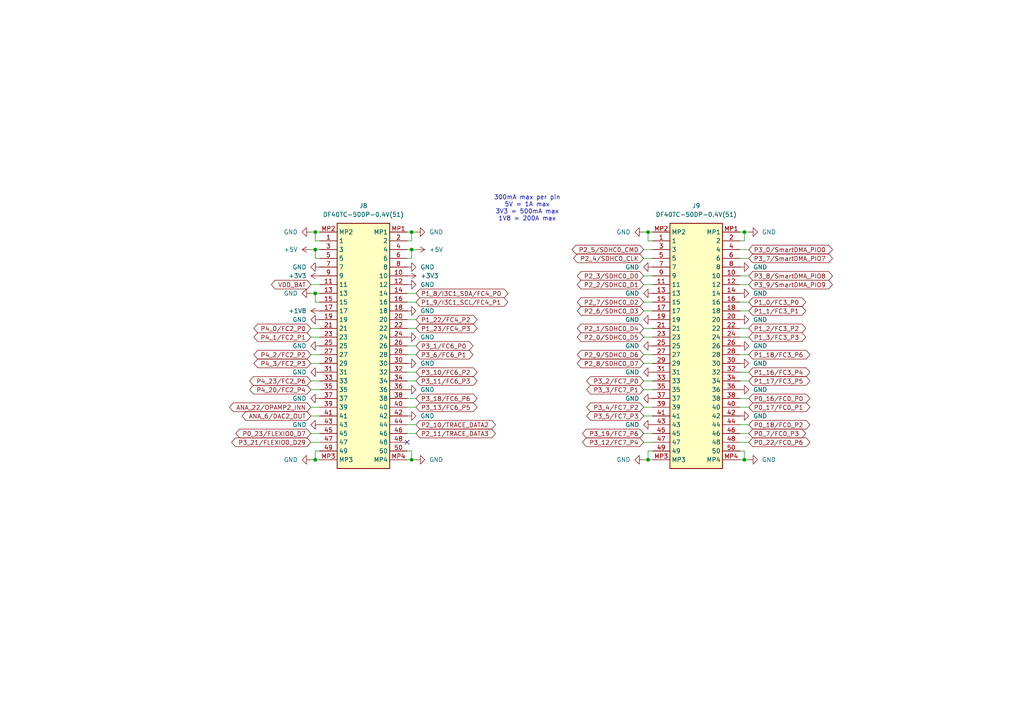
<source format=kicad_sch>
(kicad_sch (version 20231120) (generator "eeschema") (generator_version "8.0")
  (paper "A4")
  (title_block (title "MR-MCXN-T1 Sensor hub") (date "2025-03-20") (rev "X0") (company "NXP SEMICONDUCTORS B.V.") (comment 1 "CLASSIFICATION: INTERNAL USE ONLY") (comment 3 "DESIGNER: YOURI TILS") (comment 4 "CTO SYSTEM INNOVATIONS / MOBILE ROBOTICS DOMAIN"))
  (lib_symbols
    (symbol "Connectors:DF40TC-50DP-0.4V(51)"
      (property "Reference" "J" (at 2.032 7.874 0))
      (property "Value" "DF40TC-50DP-0.4V(51)" (at 2.032 5.334 0))
      (symbol "DF40TC-50DP-0.4V(51)_1_1"
        (rectangle (start 5.08 2.54) (end 20.32 -68.58) (stroke (width 0.254)) (fill (type background)))
        (pin passive line (at 0 -2.54 0) (length 5.08) (name "1") (number "1"))
        (pin passive line (at 25.4 -12.7 180) (length 5.08) (name "10") (number "10"))
        (pin passive line (at 0 -15.24 0) (length 5.08) (name "11") (number "11"))
        (pin passive line (at 25.4 -15.24 180) (length 5.08) (name "12") (number "12"))
        (pin passive line (at 0 -17.78 0) (length 5.08) (name "13") (number "13"))
        (pin passive line (at 25.4 -17.78 180) (length 5.08) (name "14") (number "14"))
        (pin passive line (at 0 -20.32 0) (length 5.08) (name "15") (number "15"))
        (pin passive line (at 25.4 -20.32 180) (length 5.08) (name "16") (number "16"))
        (pin passive line (at 0 -22.86 0) (length 5.08) (name "17") (number "17"))
        (pin passive line (at 25.4 -22.86 180) (length 5.08) (name "18") (number "18"))
        (pin passive line (at 0 -25.4 0) (length 5.08) (name "19") (number "19"))
        (pin passive line (at 25.4 -2.54 180) (length 5.08) (name "2") (number "2"))
        (pin passive line (at 25.4 -25.4 180) (length 5.08) (name "20") (number "20"))
        (pin passive line (at 0 -27.94 0) (length 5.08) (name "21") (number "21"))
        (pin passive line (at 25.4 -27.94 180) (length 5.08) (name "22") (number "22"))
        (pin passive line (at 0 -30.48 0) (length 5.08) (name "23") (number "23"))
        (pin passive line (at 25.4 -30.48 180) (length 5.08) (name "24") (number "24"))
        (pin passive line (at 0 -33.02 0) (length 5.08) (name "25") (number "25"))
        (pin passive line (at 25.4 -33.02 180) (length 5.08) (name "26") (number "26"))
        (pin passive line (at 0 -35.56 0) (length 5.08) (name "27") (number "27"))
        (pin passive line (at 25.4 -35.56 180) (length 5.08) (name "28") (number "28"))
        (pin passive line (at 0 -38.1 0) (length 5.08) (name "29") (number "29"))
        (pin passive line (at 0 -5.08 0) (length 5.08) (name "3") (number "3"))
        (pin passive line (at 25.4 -38.1 180) (length 5.08) (name "30") (number "30"))
        (pin passive line (at 0 -40.64 0) (length 5.08) (name "31") (number "31"))
        (pin passive line (at 25.4 -40.64 180) (length 5.08) (name "32") (number "32"))
        (pin passive line (at 0 -43.18 0) (length 5.08) (name "33") (number "33"))
        (pin passive line (at 25.4 -43.18 180) (length 5.08) (name "34") (number "34"))
        (pin passive line (at 0 -45.72 0) (length 5.08) (name "35") (number "35"))
        (pin passive line (at 25.4 -45.72 180) (length 5.08) (name "36") (number "36"))
        (pin passive line (at 0 -48.26 0) (length 5.08) (name "37") (number "37"))
        (pin passive line (at 25.4 -48.26 180) (length 5.08) (name "38") (number "38"))
        (pin passive line (at 0 -50.8 0) (length 5.08) (name "39") (number "39"))
        (pin passive line (at 25.4 -5.08 180) (length 5.08) (name "4") (number "4"))
        (pin passive line (at 25.4 -50.8 180) (length 5.08) (name "40") (number "40"))
        (pin passive line (at 0 -53.34 0) (length 5.08) (name "41") (number "41"))
        (pin passive line (at 25.4 -53.34 180) (length 5.08) (name "42") (number "42"))
        (pin passive line (at 0 -55.88 0) (length 5.08) (name "43") (number "43"))
        (pin passive line (at 25.4 -55.88 180) (length 5.08) (name "44") (number "44"))
        (pin passive line (at 0 -58.42 0) (length 5.08) (name "45") (number "45"))
        (pin passive line (at 25.4 -58.42 180) (length 5.08) (name "46") (number "46"))
        (pin passive line (at 0 -60.96 0) (length 5.08) (name "47") (number "47"))
        (pin passive line (at 25.4 -60.96 180) (length 5.08) (name "48") (number "48"))
        (pin passive line (at 0 -63.5 0) (length 5.08) (name "49") (number "49"))
        (pin passive line (at 0 -7.62 0) (length 5.08) (name "5") (number "5"))
        (pin passive line (at 25.4 -63.5 180) (length 5.08) (name "50") (number "50"))
        (pin passive line (at 25.4 -7.62 180) (length 5.08) (name "6") (number "6"))
        (pin passive line (at 0 -10.16 0) (length 5.08) (name "7") (number "7"))
        (pin passive line (at 25.4 -10.16 180) (length 5.08) (name "8") (number "8"))
        (pin passive line (at 0 -12.7 0) (length 5.08) (name "9") (number "9"))
        (pin passive line (at 25.4 0 180) (length 5.08) (name "MP1") (number "MP1"))
        (pin passive line (at 0 0 0) (length 5.08) (name "MP2") (number "MP2"))
        (pin passive line (at 0 -66.04 0) (length 5.08) (name "MP3") (number "MP3"))
        (pin passive line (at 25.4 -66.04 180) (length 5.08) (name "MP4") (number "MP4"))
      )
    )
    (symbol "power:+1V8" (power) (pin_numbers hide) (pin_names (offset 0) hide)
      (property "Value" "+1V8" (at 0 3.556 0))
      (symbol "+1V8_0_1"
        (polyline (pts (xy -0.762 1.27) (xy 0 2.54)))
        (polyline (pts (xy 0 0) (xy 0 2.54)))
        (polyline (pts (xy 0 2.54) (xy 0.762 1.27)))
      )
      (symbol "+1V8_1_1"
        (pin power_in line (at 0 0 90) (length 0) (name "~") (number "1"))
      )
    )
    (symbol "power:+3V3" (power) (pin_numbers hide) (pin_names (offset 0) hide)
      (property "Value" "+3V3" (at 0 3.556 0))
      (symbol "+3V3_0_1"
        (polyline (pts (xy -0.762 1.27) (xy 0 2.54)))
        (polyline (pts (xy 0 0) (xy 0 2.54)))
        (polyline (pts (xy 0 2.54) (xy 0.762 1.27)))
      )
      (symbol "+3V3_1_1"
        (pin power_in line (at 0 0 90) (length 0) (name "~") (number "1"))
      )
    )
    (symbol "power:+5V" (power) (pin_numbers hide) (pin_names (offset 0) hide)
      (property "Value" "+5V" (at 0 3.556 0))
      (symbol "+5V_0_1"
        (polyline (pts (xy -0.762 1.27) (xy 0 2.54)))
        (polyline (pts (xy 0 0) (xy 0 2.54)))
        (polyline (pts (xy 0 2.54) (xy 0.762 1.27)))
      )
      (symbol "+5V_1_1"
        (pin power_in line (at 0 0 90) (length 0) (name "~") (number "1"))
      )
    )
    (symbol "power:GND" (power) (pin_numbers hide) (pin_names (offset 0) hide)
      (property "Value" "GND" (at 0 -3.81 0))
      (symbol "GND_0_1"
        (polyline (pts (xy 0 0) (xy 0 -1.27) (xy 1.27 -1.27) (xy 0 -2.54) (xy -1.27 -1.27) (xy 0 -1.27)))
      )
      (symbol "GND_1_1"
        (pin power_in line (at 0 0 270) (length 0) (name "~") (number "1"))
      )
    )
  )
  (junction (at 215.9 67.31))
  (junction (at 187.96 133.35))
  (junction (at 119.38 67.31))
  (junction (at 119.38 133.35))
  (junction (at 187.96 67.31))
  (junction (at 215.9 133.35))
  (junction (at 91.44 67.31))
  (junction (at 91.44 133.35))
  (junction (at 91.44 72.39))
  (junction (at 91.44 85.09))
  (junction (at 119.38 72.39))
  (no_connect (at 118.11 128.27))
  (wire (pts (xy 214.63 80.01) (xy 217.17 80.01)))
  (wire (pts (xy 186.69 74.93) (xy 189.23 74.93)))
  (wire (pts (xy 214.63 123.19) (xy 217.17 123.19)))
  (wire (pts (xy 118.11 110.49) (xy 120.65 110.49)))
  (wire (pts (xy 187.96 133.35) (xy 187.96 130.81)))
  (wire (pts (xy 91.44 85.09) (xy 91.44 87.63)))
  (wire (pts (xy 90.17 110.49) (xy 92.71 110.49)))
  (wire (pts (xy 118.11 100.33) (xy 120.65 100.33)))
  (wire (pts (xy 186.69 67.31) (xy 187.96 67.31)))
  (wire (pts (xy 118.11 125.73) (xy 120.65 125.73)))
  (wire (pts (xy 119.38 133.35) (xy 119.38 130.81)))
  (wire (pts (xy 119.38 74.93) (xy 119.38 72.39)))
  (wire (pts (xy 90.17 105.41) (xy 92.71 105.41)))
  (wire (pts (xy 186.69 120.65) (xy 189.23 120.65)))
  (wire (pts (xy 214.63 118.11) (xy 217.17 118.11)))
  (wire (pts (xy 118.11 102.87) (xy 120.65 102.87)))
  (wire (pts (xy 90.17 128.27) (xy 92.71 128.27)))
  (wire (pts (xy 118.11 107.95) (xy 120.65 107.95)))
  (wire (pts (xy 217.17 67.31) (xy 215.9 67.31)))
  (wire (pts (xy 118.11 115.57) (xy 120.65 115.57)))
  (wire (pts (xy 118.11 85.09) (xy 120.65 85.09)))
  (wire (pts (xy 91.44 85.09) (xy 92.71 85.09)))
  (wire (pts (xy 91.44 133.35) (xy 92.71 133.35)))
  (wire (pts (xy 118.11 123.19) (xy 120.65 123.19)))
  (wire (pts (xy 214.63 115.57) (xy 217.17 115.57)))
  (wire (pts (xy 186.69 82.55) (xy 189.23 82.55)))
  (wire (pts (xy 186.69 128.27) (xy 189.23 128.27)))
  (wire (pts (xy 186.69 118.11) (xy 189.23 118.11)))
  (wire (pts (xy 119.38 72.39) (xy 120.65 72.39)))
  (wire (pts (xy 119.38 133.35) (xy 118.11 133.35)))
  (wire (pts (xy 90.17 95.25) (xy 92.71 95.25)))
  (wire (pts (xy 92.71 69.85) (xy 91.44 69.85)))
  (wire (pts (xy 186.69 87.63) (xy 189.23 87.63)))
  (wire (pts (xy 214.63 102.87) (xy 217.17 102.87)))
  (wire (pts (xy 186.69 90.17) (xy 189.23 90.17)))
  (wire (pts (xy 118.11 118.11) (xy 120.65 118.11)))
  (wire (pts (xy 214.63 110.49) (xy 217.17 110.49)))
  (wire (pts (xy 186.69 105.41) (xy 189.23 105.41)))
  (wire (pts (xy 90.17 118.11) (xy 92.71 118.11)))
  (wire (pts (xy 119.38 130.81) (xy 118.11 130.81)))
  (wire (pts (xy 214.63 72.39) (xy 217.17 72.39)))
  (wire (pts (xy 91.44 72.39) (xy 92.71 72.39)))
  (wire (pts (xy 214.63 87.63) (xy 217.17 87.63)))
  (wire (pts (xy 215.9 69.85) (xy 215.9 67.31)))
  (wire (pts (xy 186.69 125.73) (xy 189.23 125.73)))
  (wire (pts (xy 214.63 90.17) (xy 217.17 90.17)))
  (wire (pts (xy 187.96 67.31) (xy 187.96 69.85)))
  (wire (pts (xy 91.44 72.39) (xy 91.44 74.93)))
  (wire (pts (xy 90.17 102.87) (xy 92.71 102.87)))
  (wire (pts (xy 186.69 102.87) (xy 189.23 102.87)))
  (wire (pts (xy 90.17 113.03) (xy 92.71 113.03)))
  (wire (pts (xy 187.96 133.35) (xy 189.23 133.35)))
  (wire (pts (xy 217.17 133.35) (xy 215.9 133.35)))
  (wire (pts (xy 187.96 130.81) (xy 189.23 130.81)))
  (wire (pts (xy 91.44 69.85) (xy 91.44 67.31)))
  (wire (pts (xy 118.11 92.71) (xy 120.65 92.71)))
  (wire (pts (xy 91.44 67.31) (xy 92.71 67.31)))
  (wire (pts (xy 186.69 72.39) (xy 189.23 72.39)))
  (wire (pts (xy 120.65 67.31) (xy 119.38 67.31)))
  (wire (pts (xy 186.69 97.79) (xy 189.23 97.79)))
  (wire (pts (xy 90.17 67.31) (xy 91.44 67.31)))
  (wire (pts (xy 214.63 125.73) (xy 217.17 125.73)))
  (wire (pts (xy 214.63 69.85) (xy 215.9 69.85)))
  (wire (pts (xy 214.63 74.93) (xy 217.17 74.93)))
  (wire (pts (xy 118.11 69.85) (xy 119.38 69.85)))
  (wire (pts (xy 90.17 97.79) (xy 92.71 97.79)))
  (wire (pts (xy 187.96 69.85) (xy 189.23 69.85)))
  (wire (pts (xy 214.63 97.79) (xy 217.17 97.79)))
  (wire (pts (xy 118.11 87.63) (xy 120.65 87.63)))
  (wire (pts (xy 215.9 133.35) (xy 214.63 133.35)))
  (wire (pts (xy 90.17 133.35) (xy 91.44 133.35)))
  (wire (pts (xy 214.63 95.25) (xy 217.17 95.25)))
  (wire (pts (xy 186.69 110.49) (xy 189.23 110.49)))
  (wire (pts (xy 214.63 128.27) (xy 217.17 128.27)))
  (wire (pts (xy 90.17 85.09) (xy 91.44 85.09)))
  (wire (pts (xy 118.11 95.25) (xy 120.65 95.25)))
  (wire (pts (xy 187.96 67.31) (xy 189.23 67.31)))
  (wire (pts (xy 90.17 120.65) (xy 92.71 120.65)))
  (wire (pts (xy 119.38 69.85) (xy 119.38 67.31)))
  (wire (pts (xy 186.69 80.01) (xy 189.23 80.01)))
  (wire (pts (xy 90.17 125.73) (xy 92.71 125.73)))
  (wire (pts (xy 215.9 133.35) (xy 215.9 130.81)))
  (wire (pts (xy 186.69 95.25) (xy 189.23 95.25)))
  (wire (pts (xy 118.11 74.93) (xy 119.38 74.93)))
  (wire (pts (xy 215.9 67.31) (xy 214.63 67.31)))
  (wire (pts (xy 215.9 130.81) (xy 214.63 130.81)))
  (wire (pts (xy 119.38 67.31) (xy 118.11 67.31)))
  (wire (pts (xy 186.69 113.03) (xy 189.23 113.03)))
  (wire (pts (xy 90.17 82.55) (xy 92.71 82.55)))
  (wire (pts (xy 214.63 107.95) (xy 217.17 107.95)))
  (wire (pts (xy 91.44 133.35) (xy 91.44 130.81)))
  (wire (pts (xy 120.65 133.35) (xy 119.38 133.35)))
  (wire (pts (xy 90.17 72.39) (xy 91.44 72.39)))
  (wire (pts (xy 91.44 74.93) (xy 92.71 74.93)))
  (wire (pts (xy 91.44 87.63) (xy 92.71 87.63)))
  (wire (pts (xy 118.11 72.39) (xy 119.38 72.39)))
  (wire (pts (xy 186.69 133.35) (xy 187.96 133.35)))
  (wire (pts (xy 214.63 82.55) (xy 217.17 82.55)))
  (wire (pts (xy 91.44 130.81) (xy 92.71 130.81)))
  (text "300mA max per pin\n5V = 1A max\n3V3 = 500mA max\n1V8 = 200A max" (at 152.908 60.452 0) (effects (font (size 1.27 1.27))))
  (global_label "P2_8{slash}SDHC0_D7" (shape bidirectional) (at 186.69 105.41 180) (property "Intersheetrefs" "${INTERSHEET_REFS}" (at 166.8698 105.41 0) (effects (justify right))))
  (global_label "P3_10{slash}FC6_P2" (shape bidirectional) (at 120.65 107.95 0) (property "Intersheetrefs" "${INTERSHEET_REFS}" (at 138.9583 107.95 0) (effects (justify left))))
  (global_label "P0_23{slash}FLEXIO0_D7" (shape bidirectional) (at 90.17 125.73 180) (property "Intersheetrefs" "${INTERSHEET_REFS}" (at 67.8098 125.73 0) (effects (justify right))))
  (global_label "P3_13{slash}FC6_P5" (shape bidirectional) (at 120.65 118.11 0) (property "Intersheetrefs" "${INTERSHEET_REFS}" (at 138.9583 118.11 0) (effects (justify left))))
  (global_label "P1_23{slash}FC4_P3" (shape bidirectional) (at 120.65 95.25 0) (property "Intersheetrefs" "${INTERSHEET_REFS}" (at 138.9583 95.25 0) (effects (justify left))))
  (global_label "P3_5{slash}FC7_P3" (shape bidirectional) (at 186.69 120.65 180) (property "Intersheetrefs" "${INTERSHEET_REFS}" (at 169.5912 120.65 0) (effects (justify right))))
  (global_label "P1_17{slash}FC3_P5" (shape bidirectional) (at 217.17 110.49 0) (property "Intersheetrefs" "${INTERSHEET_REFS}" (at 235.4783 110.49 0) (effects (justify left))))
  (global_label "P3_1{slash}FC6_P0" (shape bidirectional) (at 120.65 100.33 0) (property "Intersheetrefs" "${INTERSHEET_REFS}" (at 137.7488 100.33 0) (effects (justify left))))
  (global_label "P3_21{slash}FLEXIO0_D29" (shape bidirectional) (at 90.17 128.27 180) (property "Intersheetrefs" "${INTERSHEET_REFS}" (at 66.6003 128.27 0) (effects (justify right))))
  (global_label "P0_16{slash}FC0_P0" (shape bidirectional) (at 217.17 115.57 0) (property "Intersheetrefs" "${INTERSHEET_REFS}" (at 235.4783 115.57 0) (effects (justify left))))
  (global_label "P2_3{slash}SDHC0_D0" (shape bidirectional) (at 186.69 80.01 180) (property "Intersheetrefs" "${INTERSHEET_REFS}" (at 166.8698 80.01 0) (effects (justify right))))
  (global_label "P1_1{slash}FC3_P1" (shape bidirectional) (at 217.17 90.17 0) (property "Intersheetrefs" "${INTERSHEET_REFS}" (at 234.2688 90.17 0) (effects (justify left))))
  (global_label "P4_20{slash}FC2_P4" (shape bidirectional) (at 90.17 113.03 180) (property "Intersheetrefs" "${INTERSHEET_REFS}" (at 71.8617 113.03 0) (effects (justify right))))
  (global_label "P2_6{slash}SDHC0_D3" (shape bidirectional) (at 186.69 90.17 180) (property "Intersheetrefs" "${INTERSHEET_REFS}" (at 166.8698 90.17 0) (effects (justify right))))
  (global_label "P0_22{slash}FC0_P6" (shape bidirectional) (at 217.17 128.27 0) (property "Intersheetrefs" "${INTERSHEET_REFS}" (at 235.4783 128.27 0) (effects (justify left))))
  (global_label "ANA_22{slash}OPAMP2_INN" (shape bidirectional) (at 90.17 118.11 180) (property "Intersheetrefs" "${INTERSHEET_REFS}" (at 65.9953 118.11 0) (effects (justify right))))
  (global_label "P2_7{slash}SDHC0_D2" (shape bidirectional) (at 186.69 87.63 180) (property "Intersheetrefs" "${INTERSHEET_REFS}" (at 166.8698 87.63 0) (effects (justify right))))
  (global_label "P2_10{slash}TRACE_DATA2" (shape bidirectional) (at 120.65 123.19 0) (property "Intersheetrefs" "${INTERSHEET_REFS}" (at 144.2802 123.19 0) (effects (justify left))))
  (global_label "P0_17{slash}FC0_P1" (shape bidirectional) (at 217.17 118.11 0) (property "Intersheetrefs" "${INTERSHEET_REFS}" (at 235.4783 118.11 0) (effects (justify left))))
  (global_label "P4_2{slash}FC2_P2" (shape bidirectional) (at 90.17 102.87 180) (property "Intersheetrefs" "${INTERSHEET_REFS}" (at 73.0712 102.87 0) (effects (justify right))))
  (global_label "P1_0{slash}FC3_P0" (shape bidirectional) (at 217.17 87.63 0) (property "Intersheetrefs" "${INTERSHEET_REFS}" (at 234.2688 87.63 0) (effects (justify left))))
  (global_label "P3_7{slash}SmartDMA_PIO7" (shape bidirectional) (at 217.17 74.93 0) (property "Intersheetrefs" "${INTERSHEET_REFS}" (at 242.0097 74.93 0) (effects (justify left))))
  (global_label "P2_11{slash}TRACE_DATA3" (shape bidirectional) (at 120.65 125.73 0) (property "Intersheetrefs" "${INTERSHEET_REFS}" (at 144.2802 125.73 0) (effects (justify left))))
  (global_label "P4_23{slash}FC2_P6" (shape bidirectional) (at 90.17 110.49 180) (property "Intersheetrefs" "${INTERSHEET_REFS}" (at 71.8617 110.49 0) (effects (justify right))))
  (global_label "P1_9{slash}I3C1_SCL{slash}FC4_P1" (shape bidirectional) (at 120.65 87.63 0) (property "Intersheetrefs" "${INTERSHEET_REFS}" (at 147.8483 87.63 0) (effects (justify left))))
  (global_label "P4_1{slash}FC2_P1" (shape bidirectional) (at 90.17 97.79 180) (property "Intersheetrefs" "${INTERSHEET_REFS}" (at 73.0712 97.79 0) (effects (justify right))))
  (global_label "P3_6{slash}FC6_P1" (shape bidirectional) (at 120.65 102.87 0) (property "Intersheetrefs" "${INTERSHEET_REFS}" (at 137.7488 102.87 0) (effects (justify left))))
  (global_label "P1_3{slash}FC3_P3" (shape bidirectional) (at 217.17 97.79 0) (property "Intersheetrefs" "${INTERSHEET_REFS}" (at 234.2688 97.79 0) (effects (justify left))))
  (global_label "P3_4{slash}FC7_P2" (shape bidirectional) (at 186.69 118.11 180) (property "Intersheetrefs" "${INTERSHEET_REFS}" (at 169.5912 118.11 0) (effects (justify right))))
  (global_label "P3_11{slash}FC6_P3" (shape bidirectional) (at 120.65 110.49 0) (property "Intersheetrefs" "${INTERSHEET_REFS}" (at 138.9583 110.49 0) (effects (justify left))))
  (global_label "P2_5{slash}SDHC0_CMD" (shape bidirectional) (at 186.69 72.39 180) (property "Intersheetrefs" "${INTERSHEET_REFS}" (at 165.3579 72.39 0) (effects (justify right))))
  (global_label "P1_2{slash}FC3_P2" (shape bidirectional) (at 217.17 95.25 0) (property "Intersheetrefs" "${INTERSHEET_REFS}" (at 234.2688 95.25 0) (effects (justify left))))
  (global_label "P3_8{slash}SmartDMA_PIO8" (shape bidirectional) (at 217.17 80.01 0) (property "Intersheetrefs" "${INTERSHEET_REFS}" (at 242.0097 80.01 0) (effects (justify left))))
  (global_label "P2_9{slash}SDHC0_D6" (shape bidirectional) (at 186.69 102.87 180) (property "Intersheetrefs" "${INTERSHEET_REFS}" (at 166.8698 102.87 0) (effects (justify right))))
  (global_label "P3_18{slash}FC6_P6" (shape bidirectional) (at 120.65 115.57 0) (property "Intersheetrefs" "${INTERSHEET_REFS}" (at 138.9583 115.57 0) (effects (justify left))))
  (global_label "P3_2{slash}FC7_P0" (shape bidirectional) (at 186.69 110.49 180) (property "Intersheetrefs" "${INTERSHEET_REFS}" (at 169.5912 110.49 0) (effects (justify right))))
  (global_label "P3_3{slash}FC7_P1" (shape bidirectional) (at 186.69 113.03 180) (property "Intersheetrefs" "${INTERSHEET_REFS}" (at 169.5912 113.03 0) (effects (justify right))))
  (global_label "P3_12{slash}FC7_P4" (shape bidirectional) (at 186.69 128.27 180) (property "Intersheetrefs" "${INTERSHEET_REFS}" (at 168.3817 128.27 0) (effects (justify right))))
  (global_label "P3_0{slash}SmartDMA_PIO0" (shape bidirectional) (at 217.17 72.39 0) (property "Intersheetrefs" "${INTERSHEET_REFS}" (at 242.0097 72.39 0) (effects (justify left))))
  (global_label "P3_19{slash}FC7_P6" (shape bidirectional) (at 186.69 125.73 180) (property "Intersheetrefs" "${INTERSHEET_REFS}" (at 168.3817 125.73 0) (effects (justify right))))
  (global_label "ANA_6{slash}DAC2_OUT" (shape bidirectional) (at 90.17 120.65 180) (property "Intersheetrefs" "${INTERSHEET_REFS}" (at 69.6239 120.65 0) (effects (justify right))))
  (global_label "P1_22{slash}FC4_P2" (shape bidirectional) (at 120.65 92.71 0) (property "Intersheetrefs" "${INTERSHEET_REFS}" (at 138.9583 92.71 0) (effects (justify left))))
  (global_label "P2_0{slash}SDHC0_D5" (shape bidirectional) (at 186.69 97.79 180) (property "Intersheetrefs" "${INTERSHEET_REFS}" (at 166.8698 97.79 0) (effects (justify right))))
  (global_label "P1_8{slash}I3C1_SDA{slash}FC4_P0" (shape bidirectional) (at 120.65 85.09 0) (property "Intersheetrefs" "${INTERSHEET_REFS}" (at 147.9088 85.09 0) (effects (justify left))))
  (global_label "P2_1{slash}SDHC0_D4" (shape bidirectional) (at 186.69 95.25 180) (property "Intersheetrefs" "${INTERSHEET_REFS}" (at 166.8698 95.25 0) (effects (justify right))))
  (global_label "P0_7{slash}FC0_P3" (shape bidirectional) (at 217.17 125.73 0) (property "Intersheetrefs" "${INTERSHEET_REFS}" (at 234.2688 125.73 0) (effects (justify left))))
  (global_label "P0_18{slash}FC0_P2" (shape bidirectional) (at 217.17 123.19 0) (property "Intersheetrefs" "${INTERSHEET_REFS}" (at 235.4783 123.19 0) (effects (justify left))))
  (global_label "P1_18{slash}FC3_P6" (shape bidirectional) (at 217.17 102.87 0) (property "Intersheetrefs" "${INTERSHEET_REFS}" (at 235.4783 102.87 0) (effects (justify left))))
  (global_label "P3_9{slash}SmartDMA_PIO9" (shape bidirectional) (at 217.17 82.55 0) (property "Intersheetrefs" "${INTERSHEET_REFS}" (at 242.0097 82.55 0) (effects (justify left))))
  (global_label "P2_4{slash}SDHC0_CLK" (shape bidirectional) (at 186.69 74.93 180) (property "Intersheetrefs" "${INTERSHEET_REFS}" (at 165.7812 74.93 0) (effects (justify right))))
  (global_label "P2_2{slash}SDHC0_D1" (shape bidirectional) (at 186.69 82.55 180) (property "Intersheetrefs" "${INTERSHEET_REFS}" (at 166.8698 82.55 0) (effects (justify right))))
  (global_label "P4_3{slash}FC2_P3" (shape bidirectional) (at 90.17 105.41 180) (property "Intersheetrefs" "${INTERSHEET_REFS}" (at 73.0712 105.41 0) (effects (justify right))))
  (global_label "P1_16{slash}FC3_P4" (shape bidirectional) (at 217.17 107.95 0) (property "Intersheetrefs" "${INTERSHEET_REFS}" (at 235.4783 107.95 0) (effects (justify left))))
  (global_label "VDD_BAT" (shape bidirectional) (at 90.17 82.55 180) (property "Intersheetrefs" "${INTERSHEET_REFS}" (at 78.1511 82.55 0) (effects (justify right))))
  (global_label "P4_0{slash}FC2_P0" (shape bidirectional) (at 90.17 95.25 180) (property "Intersheetrefs" "${INTERSHEET_REFS}" (at 73.0712 95.25 0) (effects (justify right))))
  (symbol (lib_id "power:GND") (at 214.63 77.47 90) (unit 1)
    (property "Reference" "#PWR0174" (effects (hide yes)))
    (property "Value" "GND" (at 218.44 77.4699 90) (effects (justify right)))
    (property "Description" "Power symbol creates a global label with name \"GND\" , ground" (effects (hide yes)))
  )
  (symbol (lib_id "power:GND") (at 214.63 113.03 90) (unit 1)
    (property "Reference" "#PWR0195" (effects (hide yes)))
    (property "Value" "GND" (at 218.44 113.0299 90) (effects (justify right)))
    (property "Description" "Power symbol creates a global label with name \"GND\" , ground" (effects (hide yes)))
  )
  (symbol (lib_id "power:GND") (at 118.11 82.55 90) (unit 1)
    (property "Reference" "#PWR0177" (effects (hide yes)))
    (property "Value" "GND" (at 121.92 82.5499 90) (effects (justify right)))
    (property "Description" "Power symbol creates a global label with name \"GND\" , ground" (effects (hide yes)))
  )
  (symbol (lib_id "power:GND") (at 92.71 107.95 270) (unit 1)
    (property "Reference" "#PWR0192" (effects (hide yes)))
    (property "Value" "GND" (at 88.9 107.9499 90) (effects (justify right)))
    (property "Description" "Power symbol creates a global label with name \"GND\" , ground" (effects (hide yes)))
  )
  (symbol (lib_id "power:GND") (at 90.17 133.35 270) (unit 1)
    (property "Reference" "#PWR0202" (effects (hide yes)))
    (property "Value" "GND" (at 86.36 133.3499 90) (effects (justify right)))
    (property "Description" "Power symbol creates a global label with name \"GND\" , ground" (effects (hide yes)))
  )
  (symbol (lib_id "power:+5V") (at 120.65 72.39 270) (unit 1)
    (property "Reference" "#PWR0170" (effects (hide yes)))
    (property "Value" "+5V" (at 124.46 72.3899 90) (effects (justify left)))
    (property "Description" "Power symbol creates a global label with name \"+5V\"" (effects (hide yes)))
  )
  (symbol (lib_id "power:GND") (at 214.63 100.33 90) (unit 1)
    (property "Reference" "#PWR0189" (effects (hide yes)))
    (property "Value" "GND" (at 218.44 100.3299 90) (effects (justify right)))
    (property "Description" "Power symbol creates a global label with name \"GND\" , ground" (effects (hide yes)))
  )
  (symbol (lib_id "power:GND") (at 189.23 77.47 270) (unit 1)
    (property "Reference" "#PWR0173" (effects (hide yes)))
    (property "Value" "GND" (at 185.42 77.4699 90) (effects (justify right)))
    (property "Description" "Power symbol creates a global label with name \"GND\" , ground" (effects (hide yes)))
  )
  (symbol (lib_id "power:GND") (at 217.17 67.31 90) (unit 1)
    (property "Reference" "#PWR0168" (effects (hide yes)))
    (property "Value" "GND" (at 220.98 67.3099 90) (effects (justify right)))
    (property "Description" "Power symbol creates a global label with name \"GND\" , ground" (effects (hide yes)))
  )
  (symbol (lib_id "power:GND") (at 90.17 67.31 270) (unit 1)
    (property "Reference" "#PWR0165" (effects (hide yes)))
    (property "Value" "GND" (at 86.36 67.3099 90) (effects (justify right)))
    (property "Description" "Power symbol creates a global label with name \"GND\" , ground" (effects (hide yes)))
  )
  (symbol (lib_id "power:GND") (at 189.23 115.57 270) (unit 1)
    (property "Reference" "#PWR0197" (effects (hide yes)))
    (property "Value" "GND" (at 185.42 115.5699 90) (effects (justify right)))
    (property "Description" "Power symbol creates a global label with name \"GND\" , ground" (effects (hide yes)))
  )
  (symbol (lib_id "power:GND") (at 189.23 100.33 270) (unit 1)
    (property "Reference" "#PWR0188" (effects (hide yes)))
    (property "Value" "GND" (at 185.42 100.3299 90) (effects (justify right)))
    (property "Description" "Power symbol creates a global label with name \"GND\" , ground" (effects (hide yes)))
  )
  (symbol (lib_id "power:GND") (at 120.65 67.31 90) (unit 1)
    (property "Reference" "#PWR0166" (effects (hide yes)))
    (property "Value" "GND" (at 124.46 67.3099 90) (effects (justify right)))
    (property "Description" "Power symbol creates a global label with name \"GND\" , ground" (effects (hide yes)))
  )
  (symbol (lib_id "Connectors:DF40TC-50DP-0.4V(51)") (at 92.71 67.31 0) (unit 1)
    (property "Reference" "J8" (at 105.41 59.69 0))
    (property "Value" "DF40TC-50DP-0.4V(51)" (at 105.41 62.23 0))
    (property "Footprint" "Connectors:DF40TC-50DP-0.4V(51)" (effects (hide yes)))
    (property "Datasheet" "https://www.hirose.com/en/product/document?clcode=CL0684-4268-0-51&productname=DF40TC-50DP-0.4V(51)&series=DF40T&documenttype=2DDrawing&lang=en&documentid=0001335190" (effects (hide yes)))
    (property "Description" "Board to Board & Mezzanine Connectors" (effects (hide yes)))
    (property "Supplier" "JLCPCB" (effects (hide yes)))
    (property "MF" "HRS(Hirose)" (effects (hide yes)))
    (property "MFPN" "DF40TC-50DP-0.4V(51)" (effects (hide yes)))
    (property "Supplier PN" "C3648702" (effects (hide yes)))
  )
  (symbol (lib_id "power:GND") (at 214.63 120.65 90) (unit 1)
    (property "Reference" "#PWR0199" (effects (hide yes)))
    (property "Value" "GND" (at 218.44 120.6499 90) (effects (justify right)))
    (property "Description" "Power symbol creates a global label with name \"GND\" , ground" (effects (hide yes)))
  )
  (symbol (lib_id "power:GND") (at 189.23 92.71 270) (unit 1)
    (property "Reference" "#PWR0184" (effects (hide yes)))
    (property "Value" "GND" (at 185.42 92.7099 90) (effects (justify right)))
    (property "Description" "Power symbol creates a global label with name \"GND\" , ground" (effects (hide yes)))
  )
  (symbol (lib_id "power:GND") (at 118.11 105.41 90) (unit 1)
    (property "Reference" "#PWR0190" (effects (hide yes)))
    (property "Value" "GND" (at 121.92 105.4099 90) (effects (justify right)))
    (property "Description" "Power symbol creates a global label with name \"GND\" , ground" (effects (hide yes)))
  )
  (symbol (lib_id "power:+1V8") (at 92.71 90.17 90) (unit 1)
    (property "Reference" "#PWR0181" (effects (hide yes)))
    (property "Value" "+1V8" (at 88.9 90.1699 90) (effects (justify left)))
    (property "Description" "Power symbol creates a global label with name \"+1V8\"" (effects (hide yes)))
  )
  (symbol (lib_id "power:GND") (at 90.17 85.09 270) (unit 1)
    (property "Reference" "#PWR0178" (effects (hide yes)))
    (property "Value" "GND" (at 86.36 85.0899 90) (effects (justify right)))
    (property "Description" "Power symbol creates a global label with name \"GND\" , ground" (effects (hide yes)))
  )
  (symbol (lib_id "power:GND") (at 189.23 123.19 270) (unit 1)
    (property "Reference" "#PWR0201" (effects (hide yes)))
    (property "Value" "GND" (at 185.42 123.1899 90) (effects (justify right)))
    (property "Description" "Power symbol creates a global label with name \"GND\" , ground" (effects (hide yes)))
  )
  (symbol (lib_id "power:GND") (at 92.71 115.57 270) (unit 1)
    (property "Reference" "#PWR0196" (effects (hide yes)))
    (property "Value" "GND" (at 88.9 115.5699 90) (effects (justify right)))
    (property "Description" "Power symbol creates a global label with name \"GND\" , ground" (effects (hide yes)))
  )
  (symbol (lib_id "power:GND") (at 120.65 133.35 90) (unit 1)
    (property "Reference" "#PWR0203" (effects (hide yes)))
    (property "Value" "GND" (at 124.46 133.3499 90) (effects (justify right)))
    (property "Description" "Power symbol creates a global label with name \"GND\" , ground" (effects (hide yes)))
  )
  (symbol (lib_id "power:GND") (at 186.69 133.35 270) (unit 1)
    (property "Reference" "#PWR0204" (effects (hide yes)))
    (property "Value" "GND" (at 182.88 133.3499 90) (effects (justify right)))
    (property "Description" "Power symbol creates a global label with name \"GND\" , ground" (effects (hide yes)))
  )
  (symbol (lib_id "power:GND") (at 118.11 77.47 90) (unit 1)
    (property "Reference" "#PWR0172" (effects (hide yes)))
    (property "Value" "GND" (at 121.92 77.4699 90) (effects (justify right)))
    (property "Description" "Power symbol creates a global label with name \"GND\" , ground" (effects (hide yes)))
  )
  (symbol (lib_id "power:GND") (at 214.63 85.09 90) (unit 1)
    (property "Reference" "#PWR0180" (effects (hide yes)))
    (property "Value" "GND" (at 218.44 85.0899 90) (effects (justify right)))
    (property "Description" "Power symbol creates a global label with name \"GND\" , ground" (effects (hide yes)))
  )
  (symbol (lib_id "power:GND") (at 186.69 67.31 270) (unit 1)
    (property "Reference" "#PWR0167" (effects (hide yes)))
    (property "Value" "GND" (at 182.88 67.3099 90) (effects (justify right)))
    (property "Description" "Power symbol creates a global label with name \"GND\" , ground" (effects (hide yes)))
  )
  (symbol (lib_id "power:GND") (at 92.71 100.33 270) (unit 1)
    (property "Reference" "#PWR0187" (effects (hide yes)))
    (property "Value" "GND" (at 88.9 100.3299 90) (effects (justify right)))
    (property "Description" "Power symbol creates a global label with name \"GND\" , ground" (effects (hide yes)))
  )
  (symbol (lib_id "power:GND") (at 214.63 105.41 90) (unit 1)
    (property "Reference" "#PWR0191" (effects (hide yes)))
    (property "Value" "GND" (at 218.44 105.4099 90) (effects (justify right)))
    (property "Description" "Power symbol creates a global label with name \"GND\" , ground" (effects (hide yes)))
  )
  (symbol (lib_id "power:GND") (at 118.11 113.03 90) (unit 1)
    (property "Reference" "#PWR0194" (effects (hide yes)))
    (property "Value" "GND" (at 121.92 113.0299 90) (effects (justify right)))
    (property "Description" "Power symbol creates a global label with name \"GND\" , ground" (effects (hide yes)))
  )
  (symbol (lib_id "Connectors:DF40TC-50DP-0.4V(51)") (at 189.23 67.31 0) (unit 1)
    (property "Reference" "J9" (at 201.93 59.69 0))
    (property "Value" "DF40TC-50DP-0.4V(51)" (at 201.93 62.23 0))
    (property "Footprint" "Connectors:DF40TC-50DP-0.4V(51)" (effects (hide yes)))
    (property "Datasheet" "https://www.hirose.com/en/product/document?clcode=CL0684-4268-0-51&productname=DF40TC-50DP-0.4V(51)&series=DF40T&documenttype=2DDrawing&lang=en&documentid=0001335190" (effects (hide yes)))
    (property "Description" "Board to Board & Mezzanine Connectors" (effects (hide yes)))
    (property "Supplier" "JLCPCB" (effects (hide yes)))
    (property "MF" "HRS(Hirose)" (effects (hide yes)))
    (property "MFPN" "DF40TC-50DP-0.4V(51)" (effects (hide yes)))
    (property "Supplier PN" "C3648702" (effects (hide yes)))
  )
  (symbol (lib_id "power:GND") (at 118.11 97.79 90) (unit 1)
    (property "Reference" "#PWR0186" (effects (hide yes)))
    (property "Value" "GND" (at 121.92 97.7899 90) (effects (justify right)))
    (property "Description" "Power symbol creates a global label with name \"GND\" , ground" (effects (hide yes)))
  )
  (symbol (lib_id "power:GND") (at 217.17 133.35 90) (unit 1)
    (property "Reference" "#PWR0205" (effects (hide yes)))
    (property "Value" "GND" (at 220.98 133.3499 90) (effects (justify right)))
    (property "Description" "Power symbol creates a global label with name \"GND\" , ground" (effects (hide yes)))
  )
  (symbol (lib_id "power:GND") (at 189.23 85.09 270) (unit 1)
    (property "Reference" "#PWR0179" (effects (hide yes)))
    (property "Value" "GND" (at 185.42 85.0899 90) (effects (justify right)))
    (property "Description" "Power symbol creates a global label with name \"GND\" , ground" (effects (hide yes)))
  )
  (symbol (lib_id "power:GND") (at 118.11 120.65 90) (unit 1)
    (property "Reference" "#PWR0198" (effects (hide yes)))
    (property "Value" "GND" (at 121.92 120.6499 90) (effects (justify right)))
    (property "Description" "Power symbol creates a global label with name \"GND\" , ground" (effects (hide yes)))
  )
  (symbol (lib_id "power:GND") (at 92.71 77.47 270) (unit 1)
    (property "Reference" "#PWR0171" (effects (hide yes)))
    (property "Value" "GND" (at 88.9 77.4699 90) (effects (justify right)))
    (property "Description" "Power symbol creates a global label with name \"GND\" , ground" (effects (hide yes)))
  )
  (symbol (lib_id "power:+5V") (at 90.17 72.39 90) (unit 1)
    (property "Reference" "#PWR0169" (effects (hide yes)))
    (property "Value" "+5V" (at 86.36 72.3899 90) (effects (justify left)))
    (property "Description" "Power symbol creates a global label with name \"+5V\"" (effects (hide yes)))
  )
  (symbol (lib_id "power:GND") (at 214.63 92.71 90) (unit 1)
    (property "Reference" "#PWR0185" (effects (hide yes)))
    (property "Value" "GND" (at 218.44 92.7099 90) (effects (justify right)))
    (property "Description" "Power symbol creates a global label with name \"GND\" , ground" (effects (hide yes)))
  )
  (symbol (lib_id "power:GND") (at 92.71 92.71 270) (unit 1)
    (property "Reference" "#PWR0183" (effects (hide yes)))
    (property "Value" "GND" (at 88.9 92.7099 90) (effects (justify right)))
    (property "Description" "Power symbol creates a global label with name \"GND\" , ground" (effects (hide yes)))
  )
  (symbol (lib_id "power:GND") (at 118.11 90.17 90) (unit 1)
    (property "Reference" "#PWR0182" (effects (hide yes)))
    (property "Value" "GND" (at 121.92 90.1699 90) (effects (justify right)))
    (property "Description" "Power symbol creates a global label with name \"GND\" , ground" (effects (hide yes)))
  )
  (symbol (lib_id "power:GND") (at 189.23 107.95 270) (unit 1)
    (property "Reference" "#PWR0193" (effects (hide yes)))
    (property "Value" "GND" (at 185.42 107.9499 90) (effects (justify right)))
    (property "Description" "Power symbol creates a global label with name \"GND\" , ground" (effects (hide yes)))
  )
  (symbol (lib_id "power:+3V3") (at 118.11 80.01 270) (unit 1)
    (property "Reference" "#PWR0176" (effects (hide yes)))
    (property "Value" "+3V3" (at 121.92 80.0099 90) (effects (justify left)))
    (property "Description" "Power symbol creates a global label with name \"+3V3\"" (effects (hide yes)))
  )
  (symbol (lib_id "power:+3V3") (at 92.71 80.01 90) (unit 1)
    (property "Reference" "#PWR0175" (effects (hide yes)))
    (property "Value" "+3V3" (at 88.9 80.0099 90) (effects (justify left)))
    (property "Description" "Power symbol creates a global label with name \"+3V3\"" (effects (hide yes)))
  )
  (symbol (lib_id "power:GND") (at 92.71 123.19 270) (unit 1)
    (property "Reference" "#PWR0200" (effects (hide yes)))
    (property "Value" "GND" (at 88.9 123.1899 90) (effects (justify right)))
    (property "Description" "Power symbol creates a global label with name \"GND\" , ground" (effects (hide yes)))
  )
)
</source>
